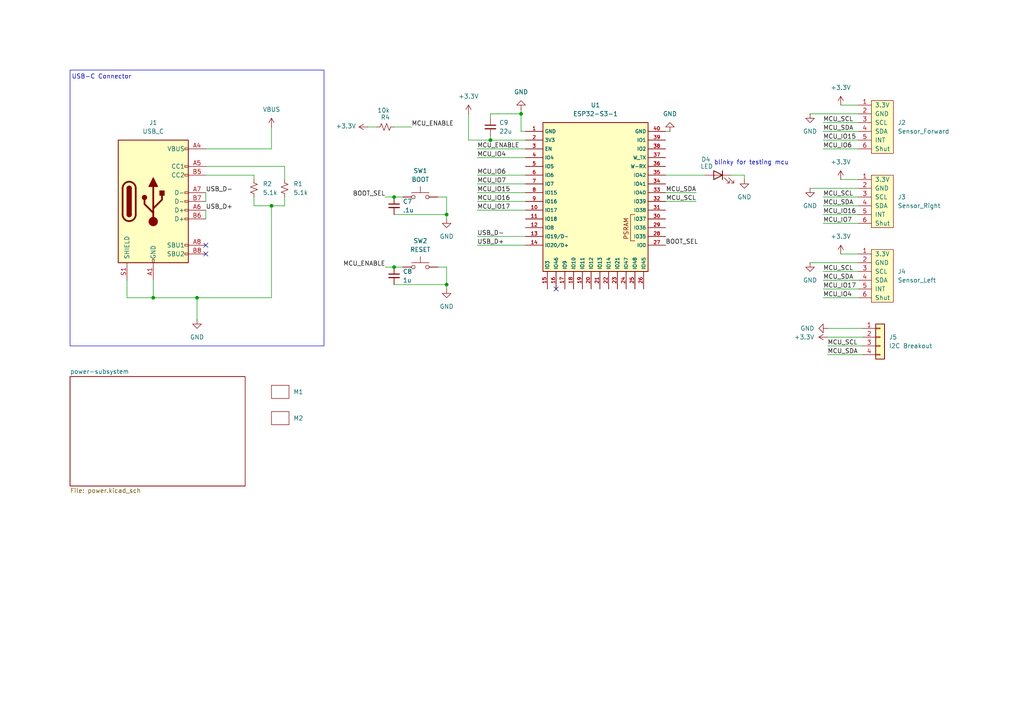
<source format=kicad_sch>
(kicad_sch (version 20250114) (generator "eeschema") (generator_version "9.0")
  (paper "A4")
  (title_block (title "Mouse Board") (date "2025-11-17") (rev "v0.1") (company "Team 6.7 MHz"))
  (lib_symbols
    (symbol "Connector:USB_C_Receptacle_USB2.0_16P" (pin_names (offset 1.016))
      (property "Reference" "J" (at 0 22.225 0))
      (property "Value" "USB_C_Receptacle_USB2.0_16P" (at 0 19.685 0))
      (symbol "USB_C_Receptacle_USB2.0_16P_0_0"
        (rectangle (start -0.254 -17.78) (end 0.254 -16.764))
        (rectangle (start 10.16 15.494) (end 9.144 14.986))
        (rectangle (start 10.16 10.414) (end 9.144 9.906))
        (rectangle (start 10.16 7.874) (end 9.144 7.366))
        (rectangle (start 10.16 2.794) (end 9.144 2.286))
        (rectangle (start 10.16 0.254) (end 9.144 -0.254))
        (rectangle (start 10.16 -2.286) (end 9.144 -2.794))
        (rectangle (start 10.16 -4.826) (end 9.144 -5.334))
        (rectangle (start 10.16 -12.446) (end 9.144 -12.954))
        (rectangle (start 10.16 -14.986) (end 9.144 -15.494))
      )
      (symbol "USB_C_Receptacle_USB2.0_16P_0_1"
        (rectangle (start -10.16 17.78) (end 10.16 -17.78) (stroke (width 0.254)) (fill (type background)))
        (polyline (pts (xy -8.89 -3.81) (xy -8.89 3.81)) (stroke (width 0.508)))
        (rectangle (start -7.62 -3.81) (end -6.35 3.81) (stroke (width 0.254)) (fill (type outline)))
        (arc (start -7.62 3.81) (mid -6.985 4.4423) (end -6.35 3.81) (stroke (width 0.254)))
        (arc (start -7.62 3.81) (mid -6.985 4.4423) (end -6.35 3.81) (stroke (width 0.254)) (fill (type outline)))
        (arc (start -8.89 3.81) (mid -6.985 5.7067) (end -5.08 3.81) (stroke (width 0.508)))
        (arc (start -5.08 -3.81) (mid -6.985 -5.7067) (end -8.89 -3.81) (stroke (width 0.508)))
        (arc (start -6.35 -3.81) (mid -6.985 -4.4423) (end -7.62 -3.81) (stroke (width 0.254)))
        (arc (start -6.35 -3.81) (mid -6.985 -4.4423) (end -7.62 -3.81) (stroke (width 0.254)) (fill (type outline)))
        (polyline (pts (xy -5.08 3.81) (xy -5.08 -3.81)) (stroke (width 0.508)))
        (circle (center -2.54 1.143) (radius 0.635) (stroke (width 0.254)) (fill (type outline)))
        (polyline (pts (xy -1.27 4.318) (xy 0 6.858) (xy 1.27 4.318) (xy -1.27 4.318)) (stroke (width 0.254)) (fill (type outline)))
        (polyline (pts (xy 0 -2.032) (xy 2.54 0.508) (xy 2.54 1.778)) (stroke (width 0.508)))
        (polyline (pts (xy 0 -3.302) (xy -2.54 -0.762) (xy -2.54 0.508)) (stroke (width 0.508)))
        (polyline (pts (xy 0 -5.842) (xy 0 4.318)) (stroke (width 0.508)))
        (circle (center 0 -5.842) (radius 1.27) (fill (type outline)))
        (rectangle (start 1.905 1.778) (end 3.175 3.048) (stroke (width 0.254)) (fill (type outline)))
      )
      (symbol "USB_C_Receptacle_USB2.0_16P_1_1"
        (pin passive line (at -7.62 -22.86 90) (length 5.08) (name "SHIELD") (number "S1"))
        (pin passive line (at 0 -22.86 90) (length 5.08) (name "GND") (number "A1"))
        (pin passive line (at 0 -22.86 90) (length 5.08) (hide yes) (name "GND") (number "A12"))
        (pin passive line (at 0 -22.86 90) (length 5.08) (hide yes) (name "GND") (number "B1"))
        (pin passive line (at 0 -22.86 90) (length 5.08) (hide yes) (name "GND") (number "B12"))
        (pin passive line (at 15.24 15.24 180) (length 5.08) (name "VBUS") (number "A4"))
        (pin passive line (at 15.24 15.24 180) (length 5.08) (hide yes) (name "VBUS") (number "A9"))
        (pin passive line (at 15.24 15.24 180) (length 5.08) (hide yes) (name "VBUS") (number "B4"))
        (pin passive line (at 15.24 15.24 180) (length 5.08) (hide yes) (name "VBUS") (number "B9"))
        (pin bidirectional line (at 15.24 10.16 180) (length 5.08) (name "CC1") (number "A5"))
        (pin bidirectional line (at 15.24 7.62 180) (length 5.08) (name "CC2") (number "B5"))
        (pin bidirectional line (at 15.24 2.54 180) (length 5.08) (name "D-") (number "A7"))
        (pin bidirectional line (at 15.24 0 180) (length 5.08) (name "D-") (number "B7"))
        (pin bidirectional line (at 15.24 -2.54 180) (length 5.08) (name "D+") (number "A6"))
        (pin bidirectional line (at 15.24 -5.08 180) (length 5.08) (name "D+") (number "B6"))
        (pin bidirectional line (at 15.24 -12.7 180) (length 5.08) (name "SBU1") (number "A8"))
        (pin bidirectional line (at 15.24 -15.24 180) (length 5.08) (name "SBU2") (number "B8"))
      )
    )
    (symbol "Connector_Generic:Conn_01x04" (pin_names (offset 1.016) (hide yes))
      (property "Reference" "J" (at 0 5.08 0))
      (property "Value" "Conn_01x04" (at 0 -7.62 0))
      (symbol "Conn_01x04_1_1"
        (rectangle (start -1.27 3.81) (end 1.27 -6.35) (stroke (width 0.254)) (fill (type background)))
        (rectangle (start -1.27 2.667) (end 0 2.413) (stroke (width 0.1524)))
        (rectangle (start -1.27 0.127) (end 0 -0.127) (stroke (width 0.1524)))
        (rectangle (start -1.27 -2.413) (end 0 -2.667) (stroke (width 0.1524)))
        (rectangle (start -1.27 -4.953) (end 0 -5.207) (stroke (width 0.1524)))
        (pin passive line (at -5.08 2.54 0) (length 3.81) (name "Pin_1") (number "1"))
        (pin passive line (at -5.08 0 0) (length 3.81) (name "Pin_2") (number "2"))
        (pin passive line (at -5.08 -2.54 0) (length 3.81) (name "Pin_3") (number "3"))
        (pin passive line (at -5.08 -5.08 0) (length 3.81) (name "Pin_4") (number "4"))
      )
    )
    (symbol "Device:C_Small" (pin_numbers (hide yes)) (pin_names (offset 0.254) (hide yes))
      (property "Reference" "C" (at 0.254 1.778 0))
      (property "Value" "C_Small" (at 0.254 -2.032 0))
      (symbol "C_Small_0_1"
        (polyline (pts (xy -1.524 0.508) (xy 1.524 0.508)) (stroke (width 0.3048)))
        (polyline (pts (xy -1.524 -0.508) (xy 1.524 -0.508)) (stroke (width 0.3302)))
      )
      (symbol "C_Small_1_1"
        (pin passive line (at 0 2.54 270) (length 2.032) (name "~") (number "1"))
        (pin passive line (at 0 -2.54 90) (length 2.032) (name "~") (number "2"))
      )
    )
    (symbol "Device:LED" (pin_numbers (hide yes)) (pin_names (offset 1.016) (hide yes))
      (property "Reference" "D" (at 0 2.54 0))
      (property "Value" "LED" (at 0 -2.54 0))
      (symbol "LED_0_1"
        (polyline (pts (xy -3.048 -0.762) (xy -4.572 -2.286) (xy -3.81 -2.286) (xy -4.572 -2.286) (xy -4.572 -1.524)))
        (polyline (pts (xy -1.778 -0.762) (xy -3.302 -2.286) (xy -2.54 -2.286) (xy -3.302 -2.286) (xy -3.302 -1.524)))
        (polyline (pts (xy -1.27 0) (xy 1.27 0)))
        (polyline (pts (xy -1.27 -1.27) (xy -1.27 1.27)) (stroke (width 0.254)))
        (polyline (pts (xy 1.27 -1.27) (xy 1.27 1.27) (xy -1.27 0) (xy 1.27 -1.27)) (stroke (width 0.254)))
      )
      (symbol "LED_1_1"
        (pin passive line (at -3.81 0 0) (length 2.54) (name "K") (number "1"))
        (pin passive line (at 3.81 0 180) (length 2.54) (name "A") (number "2"))
      )
    )
    (symbol "Device:R_Small_US" (pin_numbers (hide yes)) (pin_names (offset 0.254) (hide yes))
      (property "Reference" "R" (at 0.762 0.508 0))
      (property "Value" "R_Small_US" (at 0.762 -1.016 0))
      (symbol "R_Small_US_1_1"
        (polyline (pts (xy 0 1.524) (xy 1.016 1.143) (xy 0 0.762) (xy -1.016 0.381) (xy 0 0)))
        (polyline (pts (xy 0 0) (xy 1.016 -0.381) (xy 0 -0.762) (xy -1.016 -1.143) (xy 0 -1.524)))
        (pin passive line (at 0 2.54 270) (length 1.016) (name "~") (number "1"))
        (pin passive line (at 0 -2.54 90) (length 1.016) (name "~") (number "2"))
      )
    )
    (symbol "Switch:SW_Push" (pin_numbers (hide yes)) (pin_names (offset 1.016) (hide yes))
      (property "Reference" "SW" (at 1.27 2.54 0))
      (property "Value" "SW_Push" (at 0 -1.524 0))
      (symbol "SW_Push_0_1"
        (circle (center -2.032 0) (radius 0.508))
        (polyline (pts (xy 0 1.27) (xy 0 3.048)))
        (circle (center 2.032 0) (radius 0.508))
        (polyline (pts (xy 2.54 1.27) (xy -2.54 1.27)))
        (pin passive line (at -5.08 0 0) (length 2.54) (name "1") (number "1"))
        (pin passive line (at 5.08 0 180) (length 2.54) (name "2") (number "2"))
      )
    )
    (symbol "mouseLib:ESP32-S3-1-WROOM"
      (property "Reference" "U" (at -25.4 72.39 0))
      (property "Value" "ESP32-S3-1" (at 0 0 0))
      (symbol "ESP32-S3-1-WROOM_0_0"
        (rectangle (start -15.24 20.32) (end 15.24 -22.86) (stroke (width 0.254)) (fill (type background)))
        (pin power_in line (at -20.32 17.78 0) (length 5.08) (name "GND") (number "1"))
        (pin power_in line (at -20.32 15.24 0) (length 5.08) (name "3V3") (number "2"))
        (pin input line (at -20.32 12.7 0) (length 5.08) (name "EN") (number "3"))
        (pin bidirectional line (at -20.32 10.16 0) (length 5.08) (name "IO4") (number "4"))
        (pin bidirectional line (at -20.32 7.62 0) (length 5.08) (name "IO5") (number "5"))
        (pin bidirectional line (at -20.32 5.08 0) (length 5.08) (name "IO6") (number "6"))
        (pin bidirectional line (at -20.32 2.54 0) (length 5.08) (name "IO7") (number "7"))
      )
      (symbol "ESP32-S3-1-WROOM_0_1"
        (polyline (pts (xy 11.43 -6.35) (xy 10.16 -6.35) (xy 10.16 -13.97) (xy 11.43 -13.97)))
      )
      (symbol "ESP32-S3-1-WROOM_1_0"
        (pin bidirectional line (at -20.32 0 0) (length 5.08) (name "IO15") (number "8"))
        (pin bidirectional line (at -20.32 -2.54 0) (length 5.08) (name "IO16") (number "9"))
        (pin bidirectional line (at -20.32 -5.08 0) (length 5.08) (name "IO17") (number "10"))
        (pin bidirectional line (at -20.32 -7.62 0) (length 5.08) (name "IO18") (number "11"))
        (pin bidirectional line (at -20.32 -10.16 0) (length 5.08) (name "IO8") (number "12"))
        (pin bidirectional line (at -20.32 -12.7 0) (length 5.08) (name "IO19/D-") (number "13"))
        (pin bidirectional line (at -20.32 -15.24 0) (length 5.08) (name "IO20/D+") (number "14"))
        (pin bidirectional line (at -13.97 -27.94 90) (length 5.08) (name "IO3") (number "15"))
        (pin bidirectional line (at -11.43 -27.94 90) (length 5.08) (name "IO46") (number "16"))
        (pin bidirectional line (at -8.89 -27.94 90) (length 5.08) (name "IO9") (number "17"))
        (pin bidirectional line (at -6.35 -27.94 90) (length 5.08) (name "IO10") (number "18"))
        (pin bidirectional line (at -3.81 -27.94 90) (length 5.08) (name "IO11") (number "19"))
        (pin bidirectional line (at -1.27 -27.94 90) (length 5.08) (name "IO12") (number "20"))
        (pin bidirectional line (at 1.27 -27.94 90) (length 5.08) (name "IO13") (number "21"))
        (pin bidirectional line (at 3.81 -27.94 90) (length 5.08) (name "IO14") (number "22"))
        (pin bidirectional line (at 6.35 -27.94 90) (length 5.08) (name "IO21") (number "23"))
        (pin bidirectional line (at 8.89 -27.94 90) (length 5.08) (name "IO47") (number "24"))
        (pin bidirectional line (at 11.43 -27.94 90) (length 5.08) (name "IO48") (number "25"))
        (pin bidirectional line (at 13.97 -27.94 90) (length 5.08) (name "IO45") (number "26"))
        (pin passive line (at 20.32 17.78 180) (length 5.08) (name "GND") (number "40"))
        (pin passive line (at 20.32 17.78 180) (length 5.08) (hide yes) (name "GND__1") (number "41"))
        (pin bidirectional line (at 20.32 15.24 180) (length 5.08) (name "IO1") (number "39"))
        (pin bidirectional line (at 20.32 12.7 180) (length 5.08) (name "IO2") (number "38"))
        (pin bidirectional line (at 20.32 10.16 180) (length 5.08) (name "W_TX") (number "37"))
        (pin bidirectional line (at 20.32 7.62 180) (length 5.08) (name "W-RX") (number "36"))
        (pin bidirectional line (at 20.32 5.08 180) (length 5.08) (name "IO42") (number "35"))
        (pin bidirectional line (at 20.32 2.54 180) (length 5.08) (name "IO41") (number "34"))
        (pin bidirectional line (at 20.32 0 180) (length 5.08) (name "IO40") (number "33"))
        (pin bidirectional line (at 20.32 -2.54 180) (length 5.08) (name "IO39") (number "32"))
        (pin bidirectional line (at 20.32 -5.08 180) (length 5.08) (name "IO38") (number "31"))
        (pin bidirectional line (at 20.32 -7.62 180) (length 5.08) (name "IO37") (number "30"))
        (pin bidirectional line (at 20.32 -10.16 180) (length 5.08) (name "IO36") (number "29"))
        (pin bidirectional line (at 20.32 -12.7 180) (length 5.08) (name "IO35") (number "28"))
        (pin bidirectional line (at 20.32 -15.24 180) (length 5.08) (name "IO0") (number "27"))
      )
      (symbol "ESP32-S3-1-WROOM_1_1"
        (text "PSRAM" (at 8.89 -10.414 900) (effects (font (size 1.27 1.27))))
      )
    )
    (symbol "mouseLib:Motor"
      (property "Reference" "M" (at 0 0 0))
      (symbol "Motor_0_1"
        (polyline (pts (xy -2.54 1.27) (xy 2.54 1.27) (xy 2.54 -2.54) (xy -2.54 -2.54) (xy -2.54 1.27)))
      )
    )
    (symbol "mouseLib:TofF breakout" (pin_names (offset 1.016))
      (property "Reference" "J" (at 0 9.652 0))
      (property "Value" "TofF breakout" (at 0 -10.16 0))
      (symbol "TofF breakout_1_1"
        (rectangle (start -2.54 7.62) (end 3.81 -7.62) (fill (type background)))
        (pin passive line (at -6.35 6.35 0) (length 3.81) (name "3.3V") (number "1"))
        (pin passive line (at -6.35 3.81 0) (length 3.81) (name "GND") (number "2"))
        (pin passive line (at -6.35 1.27 0) (length 3.81) (name "SCL") (number "3"))
        (pin passive line (at -6.35 -1.27 0) (length 3.81) (name "SDA") (number "4"))
        (pin passive line (at -6.35 -3.81 0) (length 3.81) (name "INT") (number "5"))
        (pin passive line (at -6.35 -6.35 0) (length 3.81) (name "Shut") (number "6"))
      )
    )
    (symbol "power:+3.3V" (power) (pin_numbers (hide yes)) (pin_names (offset 0) (hide yes))
      (property "Value" "+3.3V" (at 0 3.556 0))
      (symbol "+3.3V_0_1"
        (polyline (pts (xy -0.762 1.27) (xy 0 2.54)))
        (polyline (pts (xy 0 2.54) (xy 0.762 1.27)))
        (polyline (pts (xy 0 0) (xy 0 2.54)))
      )
      (symbol "+3.3V_1_1"
        (pin power_in line (at 0 0 90) (length 0) (name "~") (number "1"))
      )
    )
    (symbol "power:GND" (power) (pin_numbers (hide yes)) (pin_names (offset 0) (hide yes))
      (property "Value" "GND" (at 0 -3.81 0))
      (symbol "GND_0_1"
        (polyline (pts (xy 0 0) (xy 0 -1.27) (xy 1.27 -1.27) (xy 0 -2.54) (xy -1.27 -1.27) (xy 0 -1.27)))
      )
      (symbol "GND_1_1"
        (pin power_in line (at 0 0 270) (length 0) (name "~") (number "1"))
      )
    )
    (symbol "power:VBUS" (power) (pin_numbers (hide yes)) (pin_names (offset 0) (hide yes))
      (property "Value" "VBUS" (at 0 3.556 0))
      (symbol "VBUS_0_1"
        (polyline (pts (xy -0.762 1.27) (xy 0 2.54)))
        (polyline (pts (xy 0 2.54) (xy 0.762 1.27)))
        (polyline (pts (xy 0 0) (xy 0 2.54)))
      )
      (symbol "VBUS_1_1"
        (pin power_in line (at 0 0 90) (length 0) (name "~") (number "1"))
      )
    )
  )
  (rectangle (start 20.32 20.32) (end 93.98 100.33))
  (text "blinky for testing mcu" (at 217.932 47.244 0) (effects (font (size 1.27 1.27))))
  (text "USB-C Connector" (at 29.464 22.352 0) (effects (font (size 1.27 1.27))))
  (junction (at 151.13 33.02))
  (junction (at 114.3 77.47))
  (junction (at 142.24 40.64))
  (junction (at 129.54 62.23))
  (junction (at 114.3 57.15))
  (junction (at 57.15 86.36))
  (junction (at 78.74 59.69))
  (junction (at 44.45 86.36))
  (junction (at 129.54 82.55))
  (no_connect (at 59.69 71.12))
  (no_connect (at 59.69 73.66))
  (no_connect (at 161.29 83.82))
  (wire (pts (xy 243.84 52.07) (xy 248.92 52.07)))
  (wire (pts (xy 240.03 97.79) (xy 250.19 97.79)))
  (wire (pts (xy 243.84 30.48) (xy 248.92 30.48)))
  (wire (pts (xy 59.69 50.8) (xy 73.66 50.8)))
  (wire (pts (xy 138.43 43.18) (xy 152.4 43.18)))
  (wire (pts (xy 82.55 59.69) (xy 82.55 57.15)))
  (wire (pts (xy 138.43 45.72) (xy 152.4 45.72)))
  (wire (pts (xy 78.74 59.69) (xy 82.55 59.69)))
  (wire (pts (xy 240.03 100.33) (xy 250.19 100.33)))
  (wire (pts (xy 238.76 64.77) (xy 248.92 64.77)))
  (wire (pts (xy 193.04 38.1) (xy 194.31 38.1)))
  (wire (pts (xy 129.54 82.55) (xy 129.54 77.47)))
  (wire (pts (xy 59.69 55.88) (xy 59.69 58.42)))
  (wire (pts (xy 238.76 38.1) (xy 248.92 38.1)))
  (wire (pts (xy 73.66 57.15) (xy 73.66 59.69)))
  (wire (pts (xy 111.76 57.15) (xy 114.3 57.15)))
  (wire (pts (xy 215.9 50.8) (xy 215.9 52.07)))
  (wire (pts (xy 151.13 31.75) (xy 151.13 33.02)))
  (wire (pts (xy 234.95 33.02) (xy 248.92 33.02)))
  (wire (pts (xy 114.3 57.15) (xy 116.84 57.15)))
  (wire (pts (xy 129.54 63.5) (xy 129.54 62.23)))
  (wire (pts (xy 106.68 36.83) (xy 109.22 36.83)))
  (wire (pts (xy 234.95 76.2) (xy 248.92 76.2)))
  (wire (pts (xy 142.24 33.02) (xy 151.13 33.02)))
  (wire (pts (xy 238.76 35.56) (xy 248.92 35.56)))
  (wire (pts (xy 138.43 55.88) (xy 152.4 55.88)))
  (wire (pts (xy 138.43 58.42) (xy 152.4 58.42)))
  (wire (pts (xy 212.09 50.8) (xy 215.9 50.8)))
  (wire (pts (xy 238.76 78.74) (xy 248.92 78.74)))
  (wire (pts (xy 238.76 40.64) (xy 248.92 40.64)))
  (wire (pts (xy 138.43 71.12) (xy 152.4 71.12)))
  (wire (pts (xy 138.43 53.34) (xy 152.4 53.34)))
  (wire (pts (xy 82.55 52.07) (xy 82.55 48.26)))
  (wire (pts (xy 129.54 77.47) (xy 127 77.47)))
  (wire (pts (xy 138.43 60.96) (xy 152.4 60.96)))
  (wire (pts (xy 142.24 39.37) (xy 142.24 40.64)))
  (wire (pts (xy 57.15 86.36) (xy 44.45 86.36)))
  (wire (pts (xy 238.76 86.36) (xy 248.92 86.36)))
  (wire (pts (xy 57.15 86.36) (xy 57.15 92.71)))
  (wire (pts (xy 73.66 59.69) (xy 78.74 59.69)))
  (wire (pts (xy 82.55 48.26) (xy 59.69 48.26)))
  (wire (pts (xy 138.43 68.58) (xy 152.4 68.58)))
  (wire (pts (xy 129.54 57.15) (xy 129.54 62.23)))
  (wire (pts (xy 129.54 57.15) (xy 127 57.15)))
  (wire (pts (xy 129.54 83.82) (xy 129.54 82.55)))
  (wire (pts (xy 142.24 40.64) (xy 152.4 40.64)))
  (wire (pts (xy 201.93 55.88) (xy 193.04 55.88)))
  (wire (pts (xy 238.76 57.15) (xy 248.92 57.15)))
  (wire (pts (xy 114.3 62.23) (xy 129.54 62.23)))
  (wire (pts (xy 240.03 95.25) (xy 250.19 95.25)))
  (wire (pts (xy 78.74 59.69) (xy 78.74 86.36)))
  (wire (pts (xy 36.83 81.28) (xy 36.83 86.36)))
  (wire (pts (xy 243.84 73.66) (xy 248.92 73.66)))
  (wire (pts (xy 238.76 62.23) (xy 248.92 62.23)))
  (wire (pts (xy 59.69 60.96) (xy 59.69 63.5)))
  (wire (pts (xy 78.74 43.18) (xy 78.74 36.83)))
  (wire (pts (xy 138.43 50.8) (xy 152.4 50.8)))
  (wire (pts (xy 114.3 77.47) (xy 116.84 77.47)))
  (wire (pts (xy 142.24 34.29) (xy 142.24 33.02)))
  (wire (pts (xy 111.76 77.47) (xy 114.3 77.47)))
  (wire (pts (xy 36.83 86.36) (xy 44.45 86.36)))
  (wire (pts (xy 151.13 33.02) (xy 151.13 38.1)))
  (wire (pts (xy 238.76 81.28) (xy 248.92 81.28)))
  (wire (pts (xy 238.76 59.69) (xy 248.92 59.69)))
  (wire (pts (xy 119.38 36.83) (xy 114.3 36.83)))
  (wire (pts (xy 135.89 33.02) (xy 135.89 40.64)))
  (wire (pts (xy 114.3 82.55) (xy 129.54 82.55)))
  (wire (pts (xy 234.95 54.61) (xy 248.92 54.61)))
  (wire (pts (xy 44.45 86.36) (xy 44.45 81.28)))
  (wire (pts (xy 201.93 58.42) (xy 193.04 58.42)))
  (wire (pts (xy 78.74 86.36) (xy 57.15 86.36)))
  (wire (pts (xy 59.69 43.18) (xy 78.74 43.18)))
  (wire (pts (xy 135.89 40.64) (xy 142.24 40.64)))
  (wire (pts (xy 73.66 50.8) (xy 73.66 52.07)))
  (wire (pts (xy 238.76 83.82) (xy 248.92 83.82)))
  (wire (pts (xy 240.03 102.87) (xy 250.19 102.87)))
  (wire (pts (xy 151.13 38.1) (xy 152.4 38.1)))
  (wire (pts (xy 238.76 43.18) (xy 248.92 43.18)))
  (wire (pts (xy 193.04 50.8) (xy 204.47 50.8)))
  (label "USB_D-" (at 138.43 68.58 0))
  (label "MCU_IO15" (at 138.43 55.88 0))
  (label "MCU_IO4" (at 238.76 86.36 0))
  (label "MCU_IO16" (at 138.43 58.42 0))
  (label "BOOT_SEL" (at 111.76 57.15 180))
  (label "MCU_SDA" (at 238.76 81.28 0))
  (label "MCU_IO17" (at 238.76 83.82 0))
  (label "MCU_IO15" (at 238.76 40.64 0))
  (label "MCU_IO17" (at 138.43 60.96 0))
  (label "MCU_SCL" (at 201.93 58.42 180))
  (label "MCU_IO6" (at 138.43 50.8 0))
  (label "MCU_IO7" (at 138.43 53.34 0))
  (label "MCU_SCL" (at 238.76 57.15 0))
  (label "MCU_ENABLE" (at 111.76 77.47 180))
  (label "MCU_IO4" (at 138.43 45.72 0))
  (label "MCU_SDA" (at 240.03 102.87 0))
  (label "USB_D+" (at 59.69 60.96 0))
  (label "MCU_SCL" (at 238.76 78.74 0))
  (label "MCU_ENABLE" (at 138.43 43.18 0))
  (label "MCU_SDA" (at 201.93 55.88 180))
  (label "MCU_SCL" (at 240.03 100.33 0))
  (label "USB_D+" (at 138.43 71.12 0))
  (label "MCU_ENABLE" (at 119.38 36.83 0))
  (label "MCU_SDA" (at 238.76 59.69 0))
  (label "BOOT_SEL" (at 193.04 71.12 0))
  (label "MCU_SCL" (at 238.76 35.56 0))
  (label "USB_D-" (at 59.69 55.88 0))
  (label "MCU_IO16" (at 238.76 62.23 0))
  (label "MCU_IO6" (at 238.76 43.18 0))
  (label "MCU_IO7" (at 238.76 64.77 0))
  (label "MCU_SDA" (at 238.76 38.1 0))
  (symbol (lib_id "power:+3.3V") (at 243.84 73.66 0) (unit 1)
    (property "Reference" "#PWR010" (effects (hide yes)))
    (property "Value" "+3.3V" (at 243.84 68.58 0))
    (property "Description" "Power symbol creates a global label with name \"+3.3V\"" (effects (hide yes)))
  )
  (symbol (lib_id "power:GND") (at 129.54 63.5 0) (unit 1)
    (property "Reference" "#PWR016" (effects (hide yes)))
    (property "Value" "GND" (at 129.54 68.58 0))
    (property "Description" "Power symbol creates a global label with name \"GND\" , ground" (effects (hide yes)))
  )
  (symbol (lib_id "power:+3.3V") (at 240.03 97.79 90) (unit 1)
    (property "Reference" "#PWR019" (effects (hide yes)))
    (property "Value" "+3.3V" (at 236.22 97.7899 90) (effects (justify left)))
    (property "Description" "Power symbol creates a global label with name \"+3.3V\"" (effects (hide yes)))
  )
  (symbol (lib_id "Device:R_Small_US") (at 111.76 36.83 270) (unit 1)
    (property "Reference" "R4" (at 111.76 34.036 90))
    (property "Value" "10k" (at 111.252 32.004 90))
    (property "Footprint" "Resistor_SMD:R_0603_1608Metric" (effects (hide yes)))
    (property "Description" "Resistor, small US symbol" (effects (hide yes)))
  )
  (symbol (lib_id "power:+3.3V") (at 135.89 33.02 0) (unit 1)
    (property "Reference" "#PWR05" (effects (hide yes)))
    (property "Value" "+3.3V" (at 135.89 27.94 0))
    (property "Description" "Power symbol creates a global label with name \"+3.3V\"" (effects (hide yes)))
  )
  (symbol (lib_id "mouseLib:ESP32-S3-1-WROOM") (at 172.72 55.88 0) (unit 1)
    (property "Reference" "U1" (at 172.72 30.48 0))
    (property "Value" "ESP32-S3-1" (at 172.72 33.02 0))
    (property "Footprint" "mouseLib:450301014042" (effects (hide yes)))
  )
  (symbol (lib_id "Device:C_Small") (at 142.24 36.83 0) (unit 1)
    (property "Reference" "C9" (at 144.78 35.5662 0) (effects (justify left)))
    (property "Value" "22u" (at 144.78 38.1062 0) (effects (justify left)))
    (property "Footprint" "Capacitor_SMD:C_0805_2012Metric" (effects (hide yes)))
    (property "Description" "Unpolarized capacitor, small symbol" (effects (hide yes)))
  )
  (symbol (lib_id "power:GND") (at 234.95 76.2 0) (unit 1)
    (property "Reference" "#PWR011" (effects (hide yes)))
    (property "Value" "GND" (at 234.95 81.28 0))
    (property "Description" "Power symbol creates a global label with name \"GND\" , ground" (effects (hide yes)))
  )
  (symbol (lib_id "Device:C_Small") (at 114.3 59.69 0) (unit 1)
    (property "Reference" "C7" (at 116.84 58.4262 0) (effects (justify left)))
    (property "Value" ".1u" (at 116.84 60.9662 0) (effects (justify left)))
    (property "Footprint" "Capacitor_SMD:C_0603_1608Metric" (effects (hide yes)))
    (property "Description" "Unpolarized capacitor, small symbol" (effects (hide yes)))
  )
  (symbol (lib_id "Switch:SW_Push") (at 121.92 57.15 0) (unit 1)
    (property "Reference" "SW1" (at 121.92 49.53 0))
    (property "Value" "BOOT" (at 121.92 52.07 0))
    (property "Description" "Push button switch, generic, two pins" (effects (hide yes)))
  )
  (symbol (lib_id "power:GND") (at 240.03 95.25 270) (unit 1)
    (property "Reference" "#PWR018" (effects (hide yes)))
    (property "Value" "GND" (at 236.22 95.2499 90) (effects (justify right)))
    (property "Description" "Power symbol creates a global label with name \"GND\" , ground" (effects (hide yes)))
  )
  (symbol (lib_id "mouseLib:Motor") (at 81.28 120.65 0) (unit 1)
    (property "Reference" "M2" (at 85.09 121.2849 0) (effects (justify left)))
    (property "Footprint" "mouseLib:gearmotorenc" (effects (hide yes)))
  )
  (symbol (lib_id "Device:LED") (at 208.28 50.8 0) (mirror y) (unit 1)
    (property "Reference" "D4" (at 204.724 46.228 0))
    (property "Value" "LED" (at 204.978 48.26 0))
    (property "Description" "Light emitting diode" (effects (hide yes)))
    (property "Sim.Pins" "1=K 2=A" (effects (hide yes)))
  )
  (symbol (lib_id "Connector_Generic:Conn_01x04") (at 255.27 97.79 0) (unit 1)
    (property "Reference" "J5" (at 257.81 97.7899 0) (effects (justify left)))
    (property "Value" "I2C Breakout" (at 257.81 100.3299 0) (effects (justify left)))
    (property "Footprint" "Connector_PinSocket_2.54mm:PinSocket_1x40_P2.54mm_Vertical" (effects (hide yes)))
    (property "Description" "Generic connector, single row, 01x04, script generated (kicad-library-utils/schlib/autogen/connector/)" (effects (hide yes)))
  )
  (symbol (lib_id "power:GND") (at 215.9 52.07 0) (mirror y) (unit 1)
    (property "Reference" "#PWR014" (effects (hide yes)))
    (property "Value" "GND" (at 215.9 57.15 0))
    (property "Description" "Power symbol creates a global label with name \"GND\" , ground" (effects (hide yes)))
  )
  (symbol (lib_id "power:GND") (at 129.54 83.82 0) (unit 1)
    (property "Reference" "#PWR017" (effects (hide yes)))
    (property "Value" "GND" (at 129.54 88.9 0))
    (property "Description" "Power symbol creates a global label with name \"GND\" , ground" (effects (hide yes)))
  )
  (symbol (lib_id "power:+3.3V") (at 243.84 52.07 0) (unit 1)
    (property "Reference" "#PWR09" (effects (hide yes)))
    (property "Value" "+3.3V" (at 243.84 46.99 0))
    (property "Description" "Power symbol creates a global label with name \"+3.3V\"" (effects (hide yes)))
  )
  (symbol (lib_id "mouseLib:TofF breakout") (at 255.27 58.42 0) (unit 1)
    (property "Reference" "J3" (at 260.35 57.1499 0) (effects (justify left)))
    (property "Value" "Sensor_Right" (at 260.35 59.6899 0) (effects (justify left)))
    (property "Footprint" "EESD:1x6 Socket" (effects (hide yes)))
    (property "Description" "Generic connector, single row, 01x06, script generated" (effects (hide yes)))
  )
  (symbol (lib_id "power:VBUS") (at 78.74 36.83 0) (unit 1)
    (property "Reference" "#PWR02" (effects (hide yes)))
    (property "Value" "VBUS" (at 78.74 31.75 0))
    (property "Description" "Power symbol creates a global label with name \"VBUS\"" (effects (hide yes)))
  )
  (symbol (lib_id "power:+3.3V") (at 106.68 36.83 90) (unit 1)
    (property "Reference" "#PWR015" (effects (hide yes)))
    (property "Value" "+3.3V" (at 100.33 36.576 90))
    (property "Description" "Power symbol creates a global label with name \"+3.3V\"" (effects (hide yes)))
  )
  (symbol (lib_id "power:+3.3V") (at 243.84 30.48 0) (unit 1)
    (property "Reference" "#PWR08" (effects (hide yes)))
    (property "Value" "+3.3V" (at 243.84 25.4 0))
    (property "Description" "Power symbol creates a global label with name \"+3.3V\"" (effects (hide yes)))
  )
  (symbol (lib_id "power:GND") (at 57.15 92.71 0) (unit 1)
    (property "Reference" "#PWR01" (effects (hide yes)))
    (property "Value" "GND" (at 57.15 97.79 0))
    (property "Description" "Power symbol creates a global label with name \"GND\" , ground" (effects (hide yes)))
  )
  (symbol (lib_id "power:GND") (at 234.95 54.61 0) (unit 1)
    (property "Reference" "#PWR012" (effects (hide yes)))
    (property "Value" "GND" (at 234.95 59.69 0))
    (property "Description" "Power symbol creates a global label with name \"GND\" , ground" (effects (hide yes)))
  )
  (symbol (lib_id "mouseLib:TofF breakout") (at 255.27 80.01 0) (unit 1)
    (property "Reference" "J4" (at 260.35 78.7399 0) (effects (justify left)))
    (property "Value" "Sensor_Left" (at 260.35 81.2799 0) (effects (justify left)))
    (property "Footprint" "EESD:1x6 Socket" (effects (hide yes)))
    (property "Description" "Generic connector, single row, 01x06, script generated" (effects (hide yes)))
  )
  (symbol (lib_id "Device:R_Small_US") (at 82.55 54.61 180) (unit 1)
    (property "Reference" "R1" (at 85.09 53.3399 0) (effects (justify right)))
    (property "Value" "5.1k" (at 85.09 55.8799 0) (effects (justify right)))
    (property "Footprint" "Resistor_SMD:R_0603_1608Metric" (effects (hide yes)))
    (property "Description" "Resistor, small US symbol" (effects (hide yes)))
  )
  (symbol (lib_id "power:GND") (at 234.95 33.02 0) (unit 1)
    (property "Reference" "#PWR013" (effects (hide yes)))
    (property "Value" "GND" (at 234.95 38.1 0))
    (property "Description" "Power symbol creates a global label with name \"GND\" , ground" (effects (hide yes)))
  )
  (symbol (lib_id "power:GND") (at 194.31 38.1 180) (unit 1)
    (property "Reference" "#PWR07" (effects (hide yes)))
    (property "Value" "GND" (at 194.31 33.02 0))
    (property "Description" "Power symbol creates a global label with name \"GND\" , ground" (effects (hide yes)))
  )
  (symbol (lib_id "Connector:USB_C_Receptacle_USB2.0_16P") (at 44.45 58.42 0) (unit 1)
    (property "Reference" "J1" (at 44.45 35.56 0))
    (property "Value" "USB_C" (at 44.45 38.1 0))
    (property "Footprint" "Connector_USB:USB_C_Receptacle_GCT_USB4105-xx-A_16P_TopMnt_Horizontal" (effects (hide yes)))
    (property "Datasheet" "https://www.usb.org/sites/default/files/documents/usb_type-c.zip" (effects (hide yes)))
    (property "Description" "USB 2.0-only 16P Type-C Receptacle connector" (effects (hide yes)))
  )
  (symbol (lib_id "Device:R_Small_US") (at 73.66 54.61 180) (unit 1)
    (property "Reference" "R2" (at 76.2 53.3399 0) (effects (justify right)))
    (property "Value" "5.1k" (at 76.2 55.8799 0) (effects (justify right)))
    (property "Footprint" "Resistor_SMD:R_0603_1608Metric" (effects (hide yes)))
    (property "Description" "Resistor, small US symbol" (effects (hide yes)))
  )
  (symbol (lib_id "mouseLib:Motor") (at 81.28 113.03 0) (unit 1)
    (property "Reference" "M1" (at 85.09 113.6649 0) (effects (justify left)))
    (property "Footprint" "mouseLib:gearmotorenc" (effects (hide yes)))
  )
  (symbol (lib_id "Switch:SW_Push") (at 121.92 77.47 0) (unit 1)
    (property "Reference" "SW2" (at 121.92 69.85 0))
    (property "Value" "RESET" (at 121.92 72.39 0))
    (property "Description" "Push button switch, generic, two pins" (effects (hide yes)))
  )
  (symbol (lib_id "Device:C_Small") (at 114.3 80.01 0) (unit 1)
    (property "Reference" "C8" (at 116.84 78.7462 0) (effects (justify left)))
    (property "Value" "1u" (at 116.84 81.2862 0) (effects (justify left)))
    (property "Footprint" "Capacitor_SMD:C_0603_1608Metric" (effects (hide yes)))
    (property "Description" "Unpolarized capacitor, small symbol" (effects (hide yes)))
  )
  (symbol (lib_id "mouseLib:TofF breakout") (at 255.27 36.83 0) (unit 1)
    (property "Reference" "J2" (at 260.35 35.5599 0) (effects (justify left)))
    (property "Value" "Sensor_Forward" (at 260.35 38.0999 0) (effects (justify left)))
    (property "Footprint" "EESD:1x6 Socket" (effects (hide yes)))
    (property "Description" "Generic connector, single row, 01x06, script generated" (effects (hide yes)))
  )
  (symbol (lib_id "power:GND") (at 151.13 31.75 180) (unit 1)
    (property "Reference" "#PWR03" (effects (hide yes)))
    (property "Value" "GND" (at 151.13 26.67 0))
    (property "Description" "Power symbol creates a global label with name \"GND\" , ground" (effects (hide yes)))
  )
  (sheet (at 20.32 109.22) (size 50.8 31.75) (stroke (width 0.1524))
    (property "Sheetname" "power-subsystem" (at 20.32 108.5084 0) (effects (justify left bottom)))
    (property "Sheetfile" "power.kicad_sch" (at 20.32 141.5546 0) (effects (justify left top)))
  )
)
</source>
